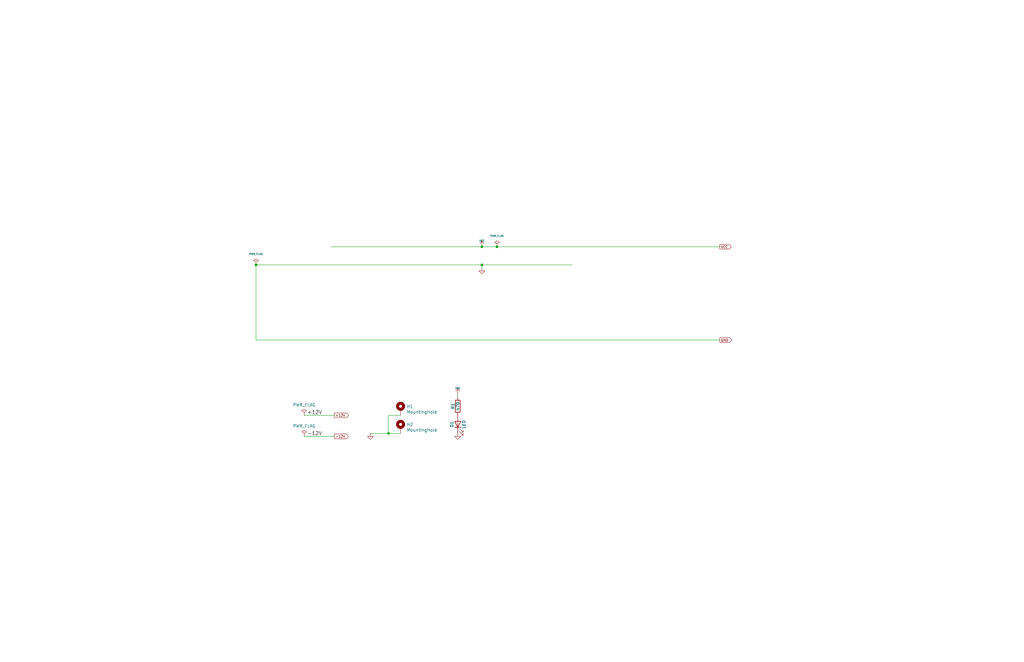
<source format=kicad_sch>
(kicad_sch (version 20211123) (generator eeschema)
  (paper "B")
  (lib_symbols
    (symbol "Device:LED" (pin_numbers hide) (pin_names (offset 1.016) hide)
      (property "Reference" "D" (at 0 2.54 0))
      (property "Value" "LED" (at 0 -2.54 0))
      (symbol "LED_0_1"
        (polyline (pts (xy -1.27 -1.27) (xy -1.27 1.27)) (stroke (width 0.254)))
        (polyline (pts (xy -1.27 0) (xy 1.27 0)))
        (polyline (pts (xy 1.27 -1.27) (xy 1.27 1.27) (xy -1.27 0) (xy 1.27 -1.27)) (stroke (width 0.254)))
        (polyline (pts (xy -3.048 -0.762) (xy -4.572 -2.286) (xy -3.81 -2.286) (xy -4.572 -2.286) (xy -4.572 -1.524)))
        (polyline (pts (xy -1.778 -0.762) (xy -3.302 -2.286) (xy -2.54 -2.286) (xy -3.302 -2.286) (xy -3.302 -1.524)))
      )
      (symbol "LED_1_1"
        (pin passive line (at -3.81 0 0) (length 2.54) (name "K") (number "1"))
        (pin passive line (at 3.81 0 180) (length 2.54) (name "A") (number "2"))
      )
    )
    (symbol "Device:R" (pin_numbers hide) (pin_names (offset 0))
      (property "Reference" "R" (at 2.032 0 90))
      (property "Value" "R" (at 0 0 90))
      (symbol "R_0_1"
        (rectangle (start -1.016 -2.54) (end 1.016 2.54) (stroke (width 0.254)))
      )
      (symbol "R_1_1"
        (pin passive line (at 0 3.81 270) (length 1.27) (name "~") (number "1"))
        (pin passive line (at 0 -3.81 90) (length 1.27) (name "~") (number "2"))
      )
    )
    (symbol "Mechanical:MountingHole_Pad" (pin_numbers hide) (pin_names (offset 1.016) hide)
      (property "Reference" "H" (at 0 6.35 0))
      (property "Value" "MountingHole_Pad" (at 0 4.445 0))
      (symbol "MountingHole_Pad_0_1"
        (circle (center 0 1.27) (radius 1.27) (stroke (width 1.27)))
      )
      (symbol "MountingHole_Pad_1_1"
        (pin input line (at 0 -2.54 90) (length 2.54) (name "1") (number "1"))
      )
    )
    (symbol "power:GND" (power) (pin_names (offset 0))
      (property "Value" "GND" (at 0 -3.81 0))
      (symbol "GND_0_1"
        (polyline (pts (xy 0 0) (xy 0 -1.27) (xy 1.27 -1.27) (xy 0 -2.54) (xy -1.27 -1.27) (xy 0 -1.27)))
      )
      (symbol "GND_1_1"
        (pin power_in line (at 0 0 270) (length 0) hide (name "GND") (number "1"))
      )
    )
    (symbol "power:PWR_FLAG" (power) (pin_numbers hide) (pin_names (offset 0) hide)
      (property "Value" "PWR_FLAG" (at 0 3.81 0))
      (symbol "PWR_FLAG_0_0"
        (pin power_out line (at 0 0 90) (length 0) (name "pwr") (number "1"))
      )
      (symbol "PWR_FLAG_0_1"
        (polyline (pts (xy 0 0) (xy 0 1.27) (xy -1.016 1.905) (xy 0 2.54) (xy 1.016 1.905) (xy 0 1.27)))
      )
    )
    (symbol "power:VCC" (power) (pin_names (offset 0))
      (property "Value" "VCC" (at 0 3.81 0))
      (symbol "VCC_0_1"
        (polyline (pts (xy -0.762 1.27) (xy 0 2.54)))
        (polyline (pts (xy 0 0) (xy 0 2.54)))
        (polyline (pts (xy 0 2.54) (xy 0.762 1.27)))
      )
      (symbol "VCC_1_1"
        (pin power_in line (at 0 0 90) (length 0) hide (name "VCC") (number "1"))
      )
    )
  )
  (junction (at 203.2 104.14))
  (junction (at 203.2 111.76))
  (junction (at 209.55 104.14))
  (junction (at 163.83 182.88))
  (junction (at 107.95 111.76))
  (wire (pts (xy 168.91 182.88) (xy 163.83 182.88)))
  (wire (pts (xy 128.27 175.26) (xy 140.97 175.26)))
  (wire (pts (xy 107.95 111.76) (xy 203.2 111.76)))
  (wire (pts (xy 203.2 104.14) (xy 209.55 104.14)))
  (wire (pts (xy 128.27 184.15) (xy 140.97 184.15)))
  (wire (pts (xy 203.2 111.76) (xy 241.3 111.76)))
  (wire (pts (xy 209.55 104.14) (xy 303.53 104.14)))
  (wire (pts (xy 168.91 175.26) (xy 163.83 175.26)))
  (wire (pts (xy 203.2 111.76) (xy 203.2 113.03)))
  (wire (pts (xy 107.95 143.51) (xy 303.53 143.51)))
  (wire (pts (xy 107.95 111.76) (xy 107.95 143.51)))
  (wire (pts (xy 193.04 167.64) (xy 193.04 166.37)))
  (wire (pts (xy 163.83 175.26) (xy 163.83 182.88)))
  (wire (pts (xy 139.7 104.14) (xy 203.2 104.14)))
  (wire (pts (xy 163.83 182.88) (xy 156.21 182.88)))
  (label "-12V" (at 129.54 184.15 0) (effects (font (size 1.524 1.524))))
  (label "+12V" (at 129.54 175.26 0) (effects (font (size 1.524 1.524))))
  (global_label "VCC" (shape output) (at 303.53 104.14 0) (effects (font (size 1.016 1.016))) (property "Intersheet References" "${INTERSHEET_REFS}" (effects hide)))
  (global_label "+12V" (shape output) (at 140.97 175.26 0) (effects (font (size 1.016 1.016))) (property "Intersheet References" "${INTERSHEET_REFS}" (effects hide)))
  (global_label "GND" (shape output) (at 303.53 143.51 0) (effects (font (size 1.016 1.016))) (property "Intersheet References" "${INTERSHEET_REFS}" (effects hide)))
  (global_label "-12V" (shape output) (at 140.97 184.15 0) (effects (font (size 1.016 1.016))) (property "Intersheet References" "${INTERSHEET_REFS}" (effects hide)))
  (symbol (lib_id "power:GND") (at 203.2 113.03 0) (unit 1)
    (property "Reference" "#PWR05" (effects hide))
    (property "Value" "GND" (effects hide))
  )
  (symbol (lib_id "power:VCC") (at 203.2 104.14 0) (unit 1)
    (property "Reference" "#PWR04" (effects hide))
    (property "Value" "VCC" (at 203.2 101.6 0) (effects (font (size 0.762 0.762))))
  )
  (symbol (lib_id "power:GND") (at 193.04 182.88 0) (unit 1)
    (property "Reference" "#PWR03" (effects hide))
    (property "Value" "GND" (effects hide))
  )
  (symbol (lib_id "power:GND") (at 156.21 182.88 0) (unit 1)
    (property "Reference" "#PWR01" (effects hide))
    (property "Value" "GND" (effects hide))
  )
  (symbol (lib_id "Mechanical:MountingHole_Pad") (at 168.91 180.34 0) (unit 1)
    (property "Reference" "H2" (at 171.45 179.1716 0) (effects (justify left)))
    (property "Value" "MountingHole" (at 171.45 181.483 0) (effects (justify left)))
    (property "Footprint" "MountingHole:MountingHole_3.2mm_M3_Pad" (effects hide))
  )
  (symbol (lib_id "Mechanical:MountingHole_Pad") (at 168.91 172.72 0) (unit 1)
    (property "Reference" "H1" (at 171.45 171.5516 0) (effects (justify left)))
    (property "Value" "MountingHole" (at 171.45 173.863 0) (effects (justify left)))
    (property "Footprint" "MountingHole:MountingHole_3.2mm_M3_Pad" (effects hide))
  )
  (symbol (lib_id "power:PWR_FLAG") (at 128.27 175.26 0) (unit 1)
    (property "Reference" "#FLG02" (effects hide))
    (property "Value" "PWR_FLAG" (at 128.27 170.8658 0))
  )
  (symbol (lib_id "power:PWR_FLAG") (at 128.27 184.15 0) (unit 1)
    (property "Reference" "#FLG03" (effects hide))
    (property "Value" "PWR_FLAG" (at 128.27 179.7558 0))
  )
  (symbol (lib_id "power:PWR_FLAG") (at 209.55 104.14 0) (unit 1)
    (property "Reference" "#FLG04" (effects hide))
    (property "Value" "PWR_FLAG" (at 209.55 99.568 0) (effects (font (size 0.762 0.762))))
  )
  (symbol (lib_id "Device:LED") (at 193.04 179.07 90) (unit 1)
    (property "Reference" "D1" (at 190.5 179.07 0))
    (property "Value" "LED" (at 195.58 179.07 0))
    (property "Footprint" "LED_THT:LED_D3.0mm_Horizontal_O3.81mm_Z2.0mm" (effects hide))
  )
  (symbol (lib_id "Device:R") (at 193.04 171.45 180) (unit 1)
    (property "Reference" "R1" (at 191.008 171.45 90))
    (property "Value" "470" (at 193.04 171.45 90))
    (property "Footprint" "Resistor_THT:R_Axial_DIN0207_L6.3mm_D2.5mm_P7.62mm_Horizontal" (effects hide))
  )
  (symbol (lib_id "power:VCC") (at 193.04 166.37 0) (unit 1)
    (property "Reference" "#PWR02" (effects hide))
    (property "Value" "VCC" (at 193.04 163.83 0) (effects (font (size 0.762 0.762))))
  )
  (symbol (lib_id "power:PWR_FLAG") (at 107.95 111.76 0) (unit 1)
    (property "Reference" "#FLG01" (effects hide))
    (property "Value" "PWR_FLAG" (at 107.95 107.188 0) (effects (font (size 0.762 0.762))))
  )
)
</source>
